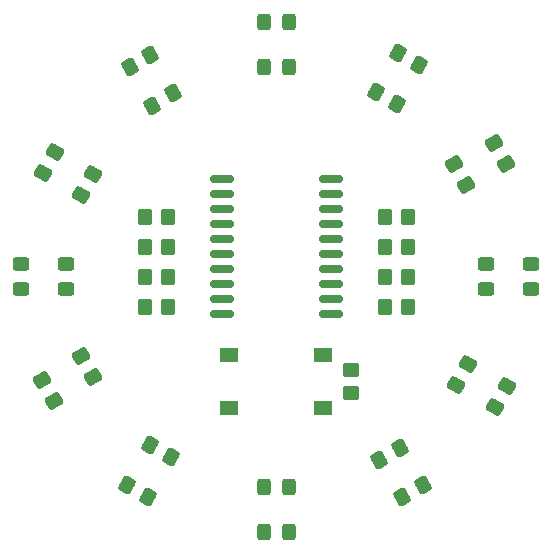
<source format=gbr>
%TF.GenerationSoftware,KiCad,Pcbnew,(6.0.8)*%
%TF.CreationDate,2022-10-14T21:05:54+02:00*%
%TF.ProjectId,Horloge,486f726c-6f67-4652-9e6b-696361645f70,rev?*%
%TF.SameCoordinates,Original*%
%TF.FileFunction,Paste,Top*%
%TF.FilePolarity,Positive*%
%FSLAX46Y46*%
G04 Gerber Fmt 4.6, Leading zero omitted, Abs format (unit mm)*
G04 Created by KiCad (PCBNEW (6.0.8)) date 2022-10-14 21:05:54*
%MOMM*%
%LPD*%
G01*
G04 APERTURE LIST*
G04 Aperture macros list*
%AMRoundRect*
0 Rectangle with rounded corners*
0 $1 Rounding radius*
0 $2 $3 $4 $5 $6 $7 $8 $9 X,Y pos of 4 corners*
0 Add a 4 corners polygon primitive as box body*
4,1,4,$2,$3,$4,$5,$6,$7,$8,$9,$2,$3,0*
0 Add four circle primitives for the rounded corners*
1,1,$1+$1,$2,$3*
1,1,$1+$1,$4,$5*
1,1,$1+$1,$6,$7*
1,1,$1+$1,$8,$9*
0 Add four rect primitives between the rounded corners*
20,1,$1+$1,$2,$3,$4,$5,0*
20,1,$1+$1,$4,$5,$6,$7,0*
20,1,$1+$1,$6,$7,$8,$9,0*
20,1,$1+$1,$8,$9,$2,$3,0*%
G04 Aperture macros list end*
%ADD10RoundRect,0.250000X-0.227211X0.506458X-0.552211X-0.056458X0.227211X-0.506458X0.552211X0.056458X0*%
%ADD11RoundRect,0.250000X0.056458X0.552211X-0.506458X0.227211X-0.056458X-0.552211X0.506458X-0.227211X0*%
%ADD12RoundRect,0.250000X-0.350000X-0.450000X0.350000X-0.450000X0.350000X0.450000X-0.350000X0.450000X0*%
%ADD13RoundRect,0.250000X-0.506458X-0.227211X0.056458X-0.552211X0.506458X0.227211X-0.056458X0.552211X0*%
%ADD14RoundRect,0.250000X-0.056458X-0.552211X0.506458X-0.227211X0.056458X0.552211X-0.506458X0.227211X0*%
%ADD15RoundRect,0.250000X-0.325000X-0.450000X0.325000X-0.450000X0.325000X0.450000X-0.325000X0.450000X0*%
%ADD16RoundRect,0.150000X-0.875000X-0.150000X0.875000X-0.150000X0.875000X0.150000X-0.875000X0.150000X0*%
%ADD17RoundRect,0.250000X0.227211X-0.506458X0.552211X0.056458X-0.227211X0.506458X-0.552211X-0.056458X0*%
%ADD18RoundRect,0.250000X0.506458X0.227211X-0.056458X0.552211X-0.506458X-0.227211X0.056458X-0.552211X0*%
%ADD19RoundRect,0.250000X0.350000X0.450000X-0.350000X0.450000X-0.350000X-0.450000X0.350000X-0.450000X0*%
%ADD20RoundRect,0.250000X0.450000X-0.325000X0.450000X0.325000X-0.450000X0.325000X-0.450000X-0.325000X0*%
%ADD21RoundRect,0.250000X0.552211X-0.056458X0.227211X0.506458X-0.552211X0.056458X-0.227211X-0.506458X0*%
%ADD22RoundRect,0.250000X-0.450000X0.350000X-0.450000X-0.350000X0.450000X-0.350000X0.450000X0.350000X0*%
%ADD23RoundRect,0.250000X-0.552211X0.056458X-0.227211X-0.506458X0.552211X-0.056458X0.227211X0.506458X0*%
%ADD24R,1.550000X1.300000*%
G04 APERTURE END LIST*
D10*
%TO.C,20*%
X168619157Y-103890530D03*
X167594157Y-105665882D03*
%TD*%
D11*
%TO.C,25*%
X162887426Y-111016061D03*
X161112074Y-112041061D03*
%TD*%
D12*
%TO.C,R4*%
X141240000Y-99060000D03*
X143240000Y-99060000D03*
%TD*%
D13*
%TO.C,1*%
X162692904Y-77568141D03*
X164468256Y-78593141D03*
%TD*%
D14*
%TO.C,55*%
X141843684Y-82038180D03*
X143619036Y-81013180D03*
%TD*%
D15*
%TO.C,0*%
X151375000Y-78740000D03*
X153425000Y-78740000D03*
%TD*%
D16*
%TO.C,U1*%
X147750000Y-88265000D03*
X147750000Y-89535000D03*
X147750000Y-90805000D03*
X147750000Y-92075000D03*
X147750000Y-93345000D03*
X147750000Y-94615000D03*
X147750000Y-95885000D03*
X147750000Y-97155000D03*
X147750000Y-98425000D03*
X147750000Y-99695000D03*
X157050000Y-99695000D03*
X157050000Y-98425000D03*
X157050000Y-97155000D03*
X157050000Y-95885000D03*
X157050000Y-94615000D03*
X157050000Y-93345000D03*
X157050000Y-92075000D03*
X157050000Y-90805000D03*
X157050000Y-89535000D03*
X157050000Y-88265000D03*
%TD*%
D17*
%TO.C,50*%
X135865921Y-89627634D03*
X136890921Y-87852282D03*
%TD*%
D12*
%TO.C,R2*%
X141240000Y-93980000D03*
X143240000Y-93980000D03*
%TD*%
D11*
%TO.C,5*%
X164844435Y-114201086D03*
X163069083Y-115226086D03*
%TD*%
D18*
%TO.C,35*%
X143494246Y-111826638D03*
X141718894Y-110801638D03*
%TD*%
D19*
%TO.C,R6*%
X163560000Y-96520000D03*
X161560000Y-96520000D03*
%TD*%
D20*
%TO.C,45*%
X134620000Y-97545000D03*
X134620000Y-95495000D03*
%TD*%
D21*
%TO.C,40*%
X136845129Y-105058228D03*
X135820129Y-103282876D03*
%TD*%
%TO.C,8*%
X133564826Y-107016515D03*
X132539826Y-105241163D03*
%TD*%
D12*
%TO.C,R3*%
X141240000Y-96520000D03*
X143240000Y-96520000D03*
%TD*%
D14*
%TO.C,11*%
X139961295Y-78787743D03*
X141736647Y-77762743D03*
%TD*%
D18*
%TO.C,7*%
X141537123Y-115165947D03*
X139761771Y-114140947D03*
%TD*%
D22*
%TO.C,R9*%
X158750000Y-104410000D03*
X158750000Y-106410000D03*
%TD*%
D19*
%TO.C,R5*%
X163560000Y-99060000D03*
X161560000Y-99060000D03*
%TD*%
D20*
%TO.C,3*%
X173990000Y-95495000D03*
X173990000Y-97545000D03*
%TD*%
D17*
%TO.C,10*%
X132649851Y-87743332D03*
X133674851Y-85967980D03*
%TD*%
D15*
%TO.C,30*%
X151375000Y-114300000D03*
X153425000Y-114300000D03*
%TD*%
D19*
%TO.C,R8*%
X163560000Y-91440000D03*
X161560000Y-91440000D03*
%TD*%
D15*
%TO.C,12*%
X151375000Y-74930000D03*
X153425000Y-74930000D03*
%TD*%
%TO.C,6*%
X151375000Y-118110000D03*
X153425000Y-118110000D03*
%TD*%
D10*
%TO.C,4*%
X171962500Y-105792324D03*
X170937500Y-107567676D03*
%TD*%
D23*
%TO.C,2*%
X170789087Y-85225839D03*
X171814087Y-87001191D03*
%TD*%
D13*
%TO.C,5*%
X160831296Y-80902691D03*
X162606648Y-81927691D03*
%TD*%
D19*
%TO.C,R7*%
X163560000Y-93980000D03*
X161560000Y-93980000D03*
%TD*%
D23*
%TO.C,10*%
X167395273Y-87020491D03*
X168420273Y-88795843D03*
%TD*%
D20*
%TO.C,9*%
X130810000Y-97545000D03*
X130810000Y-95495000D03*
%TD*%
%TO.C,15*%
X170180000Y-97545000D03*
X170180000Y-95495000D03*
%TD*%
D24*
%TO.C,SW1*%
X148425000Y-103160000D03*
X156375000Y-103160000D03*
X148425000Y-107660000D03*
X156375000Y-107660000D03*
%TD*%
D12*
%TO.C,R1*%
X141240000Y-91440000D03*
X143240000Y-91440000D03*
%TD*%
M02*

</source>
